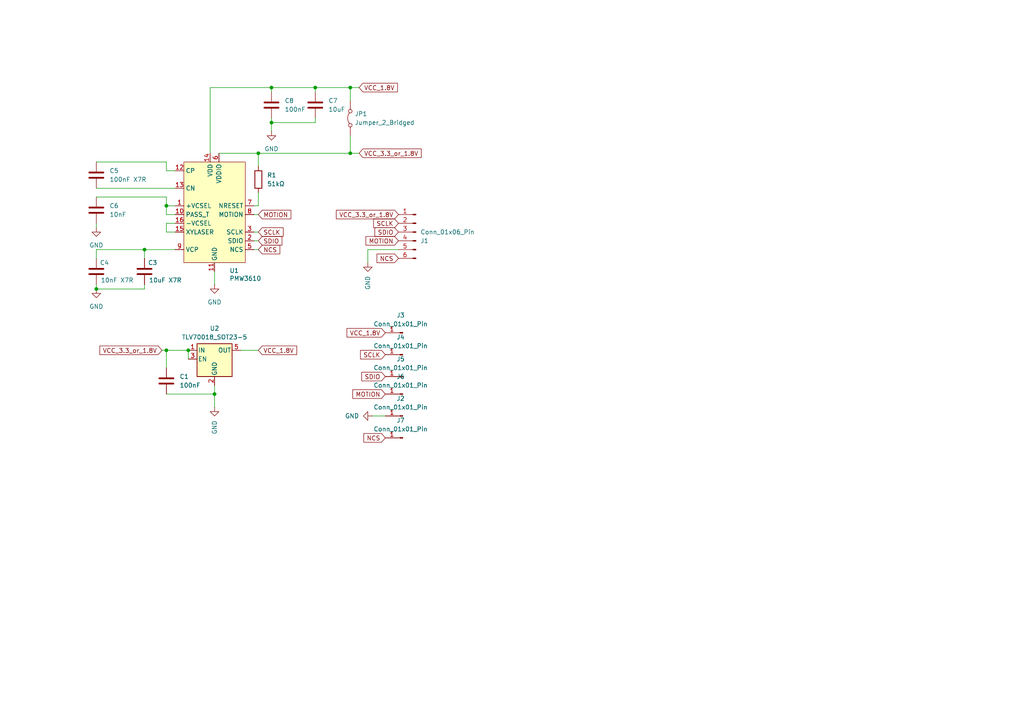
<source format=kicad_sch>
(kicad_sch (version 20231120) (generator "eeschema") (generator_version "8.0")
  (paper "A4")
  (lib_symbols
    (symbol "0_pmw3610_pcb:PMW3610DM-SUDU"
      (property "Reference" "U?" (at 7.62 -15.24 0))
      (property "Value" "PMW3610" (at 10.16 -17.78 0))
      (symbol "PMW3610DM-SUDU_0_1"
        (rectangle (start -8.89 15.24) (end 8.89 -13.97) (fill (type background)))
      )
      (symbol "PMW3610DM-SUDU_1_1"
        (pin input line (at -11.43 2.54 0) (length 2.54) (name "+VCSEL") (number "1"))
        (pin power_in line (at -11.43 0 0) (length 2.54) (name "PASS_T") (number "10"))
        (pin power_in line (at 0 -16.51 90) (length 2.54) (name "GND") (number "11"))
        (pin power_in line (at -11.43 12.7 0) (length 2.54) (name "CP") (number "12"))
        (pin power_in line (at -11.43 7.62 0) (length 2.54) (name "CN") (number "13"))
        (pin power_in line (at -1.27 17.78 270) (length 2.54) (name "VDD") (number "14"))
        (pin input line (at -11.43 -5.08 0) (length 2.54) (name "XYLASER") (number "15"))
        (pin input line (at -11.43 -2.54 0) (length 2.54) (name "-VCSEL") (number "16"))
        (pin bidirectional line (at 11.43 -7.62 180) (length 2.54) (name "SDIO") (number "2"))
        (pin input line (at 11.43 -5.08 180) (length 2.54) (name "SCLK") (number "3"))
        (pin no_connect line (at 2.54 -13.97 270) (length 2.54) hide (name "NC") (number "4"))
        (pin input line (at 11.43 -10.16 180) (length 2.54) (name "NCS") (number "5"))
        (pin power_in line (at 1.27 17.78 270) (length 2.54) (name "VDDIO") (number "6"))
        (pin input line (at 11.43 2.54 180) (length 2.54) (name "NRESET") (number "7"))
        (pin output line (at 11.43 0 180) (length 2.54) (name "MOTION") (number "8"))
        (pin power_in line (at -11.43 -10.16 0) (length 2.54) (name "VCP") (number "9"))
      )
    )
    (symbol "Connector:Conn_01x01_Pin" (pin_names (offset 1.016) hide)
      (property "Reference" "J" (at 0 2.54 0))
      (property "Value" "Conn_01x01_Pin" (at 0 -2.54 0))
      (symbol "Conn_01x01_Pin_1_1"
        (polyline (pts (xy 1.27 0) (xy 0.8636 0)) (stroke (width 0.1524)))
        (rectangle (start 0.8636 0.127) (end 0 -0.127) (stroke (width 0.1524)) (fill (type outline)))
        (pin passive line (at 5.08 0 180) (length 3.81) (name "Pin_1") (number "1"))
      )
    )
    (symbol "Connector:Conn_01x06_Pin" (pin_names (offset 1.016) hide)
      (property "Reference" "J" (at 0 7.62 0))
      (property "Value" "Conn_01x06_Pin" (at 0 -10.16 0))
      (symbol "Conn_01x06_Pin_1_1"
        (polyline (pts (xy 1.27 -7.62) (xy 0.8636 -7.62)) (stroke (width 0.1524)))
        (polyline (pts (xy 1.27 -5.08) (xy 0.8636 -5.08)) (stroke (width 0.1524)))
        (polyline (pts (xy 1.27 -2.54) (xy 0.8636 -2.54)) (stroke (width 0.1524)))
        (polyline (pts (xy 1.27 0) (xy 0.8636 0)) (stroke (width 0.1524)))
        (polyline (pts (xy 1.27 2.54) (xy 0.8636 2.54)) (stroke (width 0.1524)))
        (polyline (pts (xy 1.27 5.08) (xy 0.8636 5.08)) (stroke (width 0.1524)))
        (rectangle (start 0.8636 -7.493) (end 0 -7.747) (stroke (width 0.1524)) (fill (type outline)))
        (rectangle (start 0.8636 -4.953) (end 0 -5.207) (stroke (width 0.1524)) (fill (type outline)))
        (rectangle (start 0.8636 -2.413) (end 0 -2.667) (stroke (width 0.1524)) (fill (type outline)))
        (rectangle (start 0.8636 0.127) (end 0 -0.127) (stroke (width 0.1524)) (fill (type outline)))
        (rectangle (start 0.8636 2.667) (end 0 2.413) (stroke (width 0.1524)) (fill (type outline)))
        (rectangle (start 0.8636 5.207) (end 0 4.953) (stroke (width 0.1524)) (fill (type outline)))
        (pin passive line (at 5.08 5.08 180) (length 3.81) (name "Pin_1") (number "1"))
        (pin passive line (at 5.08 2.54 180) (length 3.81) (name "Pin_2") (number "2"))
        (pin passive line (at 5.08 0 180) (length 3.81) (name "Pin_3") (number "3"))
        (pin passive line (at 5.08 -2.54 180) (length 3.81) (name "Pin_4") (number "4"))
        (pin passive line (at 5.08 -5.08 180) (length 3.81) (name "Pin_5") (number "5"))
        (pin passive line (at 5.08 -7.62 180) (length 3.81) (name "Pin_6") (number "6"))
      )
    )
    (symbol "Device:C" (pin_numbers hide) (pin_names (offset 0.254))
      (property "Reference" "C" (at 0.635 2.54 0))
      (property "Value" "C" (at 0.635 -2.54 0))
      (symbol "C_0_1"
        (polyline (pts (xy -2.032 -0.762) (xy 2.032 -0.762)) (stroke (width 0.508)))
        (polyline (pts (xy -2.032 0.762) (xy 2.032 0.762)) (stroke (width 0.508)))
      )
      (symbol "C_1_1"
        (pin passive line (at 0 3.81 270) (length 2.794) (name "~") (number "1"))
        (pin passive line (at 0 -3.81 90) (length 2.794) (name "~") (number "2"))
      )
    )
    (symbol "Device:R" (pin_numbers hide) (pin_names (offset 0))
      (property "Reference" "R" (at 2.032 0 90))
      (property "Value" "R" (at 0 0 90))
      (symbol "R_0_1"
        (rectangle (start -1.016 -2.54) (end 1.016 2.54) (stroke (width 0.254)))
      )
      (symbol "R_1_1"
        (pin passive line (at 0 3.81 270) (length 1.27) (name "~") (number "1"))
        (pin passive line (at 0 -3.81 90) (length 1.27) (name "~") (number "2"))
      )
    )
    (symbol "Jumper:Jumper_2_Bridged" (pin_numbers hide) (pin_names (offset 0) hide) (exclude_from_sim yes)
      (property "Reference" "JP" (at 0 1.905 0))
      (property "Value" "Jumper_2_Bridged" (at 0 -2.54 0))
      (symbol "Jumper_2_Bridged_0_0"
        (circle (center -2.032 0) (radius 0.508))
        (circle (center 2.032 0) (radius 0.508))
      )
      (symbol "Jumper_2_Bridged_0_1"
        (arc (start 1.524 0.254) (mid 0 0.762) (end -1.524 0.254))
      )
      (symbol "Jumper_2_Bridged_1_1"
        (pin passive line (at -5.08 0 0) (length 2.54) (name "A") (number "1"))
        (pin passive line (at 5.08 0 180) (length 2.54) (name "B") (number "2"))
      )
    )
    (symbol "Regulator_Linear:TLV70018_SOT23-5" (pin_names (offset 0.254))
      (property "Reference" "U" (at -3.81 5.715 0))
      (property "Value" "TLV70018_SOT23-5" (at 0 5.715 0))
      (symbol "TLV70018_SOT23-5_0_1"
        (rectangle (start -5.08 4.445) (end 5.08 -5.08) (stroke (width 0.254)) (fill (type background)))
      )
      (symbol "TLV70018_SOT23-5_1_1"
        (pin power_in line (at -7.62 2.54 0) (length 2.54) (name "IN") (number "1"))
        (pin power_in line (at 0 -7.62 90) (length 2.54) (name "GND") (number "2"))
        (pin input line (at -7.62 0 0) (length 2.54) (name "EN") (number "3"))
        (pin no_connect line (at 5.08 0 180) (length 2.54) hide (name "NC") (number "4"))
        (pin power_out line (at 7.62 2.54 180) (length 2.54) (name "OUT") (number "5"))
      )
    )
    (symbol "power:GND" (power) (pin_numbers hide) (pin_names (offset 0) hide)
      (property "Value" "GND" (at 0 -3.81 0))
      (symbol "GND_0_1"
        (polyline (pts (xy 0 0) (xy 0 -1.27) (xy 1.27 -1.27) (xy 0 -2.54) (xy -1.27 -1.27) (xy 0 -1.27)))
      )
      (symbol "GND_1_1"
        (pin power_in line (at 0 0 270) (length 0) (name "~") (number "1"))
      )
    )
  )
  (junction (at 48.26 59.69))
  (junction (at 62.23 114.3))
  (junction (at 78.74 25.4))
  (junction (at 54.61 101.6))
  (junction (at 101.6 25.4))
  (junction (at 78.74 35.56))
  (junction (at 101.6 44.45))
  (junction (at 27.94 83.82))
  (junction (at 74.93 44.45))
  (junction (at 41.91 72.39))
  (junction (at 91.44 25.4))
  (junction (at 48.26 101.6))
  (wire (pts (xy 41.91 72.39) (xy 50.8 72.39)))
  (wire (pts (xy 48.26 49.53) (xy 48.26 46.99)))
  (wire (pts (xy 78.74 25.4) (xy 91.44 25.4)))
  (wire (pts (xy 74.93 44.45) (xy 101.6 44.45)))
  (wire (pts (xy 74.93 67.31) (xy 73.66 67.31)))
  (wire (pts (xy 41.91 74.93) (xy 41.91 72.39)))
  (wire (pts (xy 48.26 46.99) (xy 27.94 46.99)))
  (wire (pts (xy 74.93 72.39) (xy 73.66 72.39)))
  (wire (pts (xy 74.93 55.88) (xy 74.93 59.69)))
  (wire (pts (xy 60.96 25.4) (xy 60.96 44.45)))
  (wire (pts (xy 101.6 25.4) (xy 101.6 29.21)))
  (wire (pts (xy 69.85 101.6) (xy 74.93 101.6)))
  (wire (pts (xy 74.93 69.85) (xy 73.66 69.85)))
  (wire (pts (xy 50.8 49.53) (xy 48.26 49.53)))
  (wire (pts (xy 101.6 39.37) (xy 101.6 44.45)))
  (wire (pts (xy 78.74 38.1) (xy 78.74 35.56)))
  (wire (pts (xy 78.74 26.67) (xy 78.74 25.4)))
  (wire (pts (xy 27.94 66.04) (xy 27.94 64.77)))
  (wire (pts (xy 50.8 59.69) (xy 48.26 59.69)))
  (wire (pts (xy 41.91 83.82) (xy 27.94 83.82)))
  (wire (pts (xy 48.26 64.77) (xy 48.26 67.31)))
  (wire (pts (xy 74.93 59.69) (xy 73.66 59.69)))
  (wire (pts (xy 106.68 72.39) (xy 115.57 72.39)))
  (wire (pts (xy 27.94 54.61) (xy 50.8 54.61)))
  (wire (pts (xy 78.74 25.4) (xy 60.96 25.4)))
  (wire (pts (xy 101.6 44.45) (xy 104.14 44.45)))
  (wire (pts (xy 74.93 62.23) (xy 73.66 62.23)))
  (wire (pts (xy 62.23 114.3) (xy 62.23 118.11)))
  (wire (pts (xy 27.94 57.15) (xy 48.26 57.15)))
  (wire (pts (xy 101.6 25.4) (xy 104.14 25.4)))
  (wire (pts (xy 48.26 114.3) (xy 62.23 114.3)))
  (wire (pts (xy 48.26 59.69) (xy 48.26 62.23)))
  (wire (pts (xy 41.91 82.55) (xy 41.91 83.82)))
  (wire (pts (xy 62.23 114.3) (xy 62.23 111.76)))
  (wire (pts (xy 48.26 57.15) (xy 48.26 59.69)))
  (wire (pts (xy 74.93 44.45) (xy 74.93 48.26)))
  (wire (pts (xy 107.95 120.65) (xy 111.76 120.65)))
  (wire (pts (xy 63.5 44.45) (xy 74.93 44.45)))
  (wire (pts (xy 106.68 76.2) (xy 106.68 72.39)))
  (wire (pts (xy 54.61 101.6) (xy 54.61 104.14)))
  (wire (pts (xy 78.74 35.56) (xy 78.74 34.29)))
  (wire (pts (xy 48.26 101.6) (xy 54.61 101.6)))
  (wire (pts (xy 27.94 72.39) (xy 41.91 72.39)))
  (wire (pts (xy 48.26 67.31) (xy 50.8 67.31)))
  (wire (pts (xy 48.26 106.68) (xy 48.26 101.6)))
  (wire (pts (xy 50.8 64.77) (xy 48.26 64.77)))
  (wire (pts (xy 27.94 83.82) (xy 27.94 82.55)))
  (wire (pts (xy 48.26 62.23) (xy 50.8 62.23)))
  (wire (pts (xy 91.44 35.56) (xy 78.74 35.56)))
  (wire (pts (xy 62.23 82.55) (xy 62.23 78.74)))
  (wire (pts (xy 91.44 34.29) (xy 91.44 35.56)))
  (wire (pts (xy 46.99 101.6) (xy 48.26 101.6)))
  (wire (pts (xy 27.94 74.93) (xy 27.94 72.39)))
  (wire (pts (xy 91.44 26.67) (xy 91.44 25.4)))
  (wire (pts (xy 91.44 25.4) (xy 101.6 25.4)))
  (global_label "VCC_1.8V" (shape input) (at 104.14 25.4 0) (property "Intersheetrefs" "${INTERSHEET_REFS}" (effects (hide yes))))
  (global_label "VCC_3.3_or_1.8V" (shape input) (at 46.99 101.6 180) (property "Intersheetrefs" "${INTERSHEET_REFS}" (effects (hide yes))))
  (global_label "SDIO" (shape input) (at 74.93 69.85 0) (property "Intersheetrefs" "${INTERSHEET_REFS}" (effects (hide yes))))
  (global_label "MOTION" (shape input) (at 74.93 62.23 0) (property "Intersheetrefs" "${INTERSHEET_REFS}" (effects (hide yes))))
  (global_label "SDIO" (shape input) (at 115.57 67.31 180) (property "Intersheetrefs" "${INTERSHEET_REFS}" (effects (hide yes))))
  (global_label "VCC_3.3_or_1.8V" (shape input) (at 115.57 62.23 180) (property "Intersheetrefs" "${INTERSHEET_REFS}" (effects (hide yes))))
  (global_label "VCC_1.8V" (shape input) (at 111.76 96.52 180) (property "Intersheetrefs" "${INTERSHEET_REFS}" (effects (hide yes))))
  (global_label "SCLK" (shape input) (at 74.93 67.31 0) (property "Intersheetrefs" "${INTERSHEET_REFS}" (effects (hide yes))))
  (global_label "MOTION" (shape input) (at 111.76 114.3 180) (property "Intersheetrefs" "${INTERSHEET_REFS}" (effects (hide yes))))
  (global_label "VCC_3.3_or_1.8V" (shape input) (at 104.14 44.45 0) (property "Intersheetrefs" "${INTERSHEET_REFS}" (effects (hide yes))))
  (global_label "NCS" (shape input) (at 74.93 72.39 0) (property "Intersheetrefs" "${INTERSHEET_REFS}" (effects (hide yes))))
  (global_label "SDIO" (shape input) (at 111.76 109.22 180) (property "Intersheetrefs" "${INTERSHEET_REFS}" (effects (hide yes))))
  (global_label "SCLK" (shape input) (at 115.57 64.77 180) (property "Intersheetrefs" "${INTERSHEET_REFS}" (effects (hide yes))))
  (global_label "NCS" (shape input) (at 111.76 127 180) (property "Intersheetrefs" "${INTERSHEET_REFS}" (effects (hide yes))))
  (global_label "MOTION" (shape input) (at 115.57 69.85 180) (property "Intersheetrefs" "${INTERSHEET_REFS}" (effects (hide yes))))
  (global_label "VCC_1.8V" (shape input) (at 74.93 101.6 0) (property "Intersheetrefs" "${INTERSHEET_REFS}" (effects (hide yes))))
  (global_label "SCLK" (shape input) (at 111.76 102.87 180) (property "Intersheetrefs" "${INTERSHEET_REFS}" (effects (hide yes))))
  (global_label "NCS" (shape input) (at 115.57 74.93 180) (property "Intersheetrefs" "${INTERSHEET_REFS}" (effects (hide yes))))
  (symbol (lib_id "Device:C") (at 27.94 50.8 0) (unit 1)
    (property "Reference" "C5" (at 31.75 49.5299 0) (effects (justify left)))
    (property "Value" "100nF X7R" (at 31.75 52.0699 0) (effects (justify left)))
    (property "Footprint" "Capacitor_SMD:C_0603_1608Metric" (effects (hide yes)))
    (property "Description" "Unpolarized capacitor" (effects (hide yes)))
    (property "LCSC" "C14663" (effects (hide yes)))
  )
  (symbol (lib_id "Connector:Conn_01x01_Pin") (at 116.84 114.3 180) (unit 1)
    (property "Reference" "J6" (at 116.205 109.22 0))
    (property "Value" "Conn_01x01_Pin" (at 116.205 111.76 0))
    (property "Footprint" "TestPoint:TestPoint_Pad_D1.0mm" (effects (hide yes)))
    (property "Description" "Generic connector, single row, 01x01, script generated" (effects (hide yes)))
  )
  (symbol (lib_id "power:GND") (at 62.23 118.11 0) (unit 1)
    (property "Reference" "#PWR01" (effects (hide yes)))
    (property "Value" "GND" (at 62.2299 121.92 90) (effects (justify right)))
    (property "Description" "Power symbol creates a global label with name \"GND\" , ground" (effects (hide yes)))
  )
  (symbol (lib_id "Device:R") (at 74.93 52.07 180) (unit 1)
    (property "Reference" "R1" (at 77.47 50.7999 0) (effects (justify right)))
    (property "Value" "51kΩ" (at 77.47 53.3399 0) (effects (justify right)))
    (property "Footprint" "Resistor_SMD:R_0603_1608Metric" (effects (hide yes)))
    (property "Description" "Resistor" (effects (hide yes)))
    (property "LCSC" "C23196" (effects (hide yes)))
  )
  (symbol (lib_id "Regulator_Linear:TLV70018_SOT23-5") (at 62.23 104.14 0) (unit 1)
    (property "Reference" "U2" (at 62.23 95.25 0))
    (property "Value" "TLV70018_SOT23-5" (at 62.23 97.79 0))
    (property "Footprint" "Package_TO_SOT_SMD:SOT-23-5" (effects (hide yes)))
    (property "Datasheet" "http://www.ti.com/lit/ds/symlink/tlv700.pdf" (effects (hide yes)))
    (property "Description" "200mA Low Dropout Voltage Regulator, Fixed Output 1.8V, SOT-23-5" (effects (hide yes)))
  )
  (symbol (lib_id "Connector:Conn_01x06_Pin") (at 120.65 67.31 0) (mirror y) (unit 1)
    (property "Reference" "J1" (at 121.92 69.8501 0) (effects (justify right)))
    (property "Value" "Conn_01x06_Pin" (at 121.92 67.3101 0) (effects (justify right)))
    (property "Footprint" "0_pmw3610-breakout:JUSHUO-AFH34-S06FIA-1H" (effects (hide yes)))
    (property "Description" "Generic connector, single row, 01x06, script generated" (effects (hide yes)))
    (property "LCSC" "C5139821" (effects (hide yes)))
  )
  (symbol (lib_id "power:GND") (at 78.74 38.1 0) (unit 1)
    (property "Reference" "#PWR08" (effects (hide yes)))
    (property "Value" "GND" (at 78.74 43.18 0))
    (property "Description" "Power symbol creates a global label with name \"GND\" , ground" (effects (hide yes)))
  )
  (symbol (lib_id "Device:C") (at 48.26 110.49 0) (unit 1)
    (property "Reference" "C1" (at 52.07 109.2199 0) (effects (justify left)))
    (property "Value" "100nF" (at 52.07 111.7599 0) (effects (justify left)))
    (property "Footprint" "Capacitor_SMD:C_0603_1608Metric" (effects (hide yes)))
    (property "Description" "Unpolarized capacitor" (effects (hide yes)))
    (property "LCSC" "C14663" (effects (hide yes)))
  )
  (symbol (lib_id "Jumper:Jumper_2_Bridged") (at 101.6 34.29 90) (unit 1) (exclude_from_sim yes)
    (property "Reference" "JP1" (at 102.87 33.0199 90) (effects (justify right)))
    (property "Value" "Jumper_2_Bridged" (at 102.87 35.5599 90) (effects (justify right)))
    (property "Footprint" "Jumper:SolderJumper-2_P1.3mm_Open_RoundedPad1.0x1.5mm" (effects (hide yes)))
    (property "Description" "Jumper, 2-pole, closed/bridged" (effects (hide yes)))
  )
  (symbol (lib_id "Device:C") (at 27.94 78.74 0) (unit 1)
    (property "Reference" "C4" (at 28.956 76.2 0) (effects (justify left)))
    (property "Value" "10nF X7R" (at 29.21 81.28 0) (effects (justify left)))
    (property "Footprint" "Capacitor_SMD:C_0603_1608Metric" (effects (hide yes)))
    (property "Description" "Unpolarized capacitor" (effects (hide yes)))
    (property "LCSC" "C57112" (effects (hide yes)))
  )
  (symbol (lib_id "power:GND") (at 62.23 82.55 0) (unit 1)
    (property "Reference" "#PWR03" (effects (hide yes)))
    (property "Value" "GND" (at 62.23 87.63 0))
    (property "Description" "Power symbol creates a global label with name \"GND\" , ground" (effects (hide yes)))
  )
  (symbol (lib_id "0_pmw3610_pcb:PMW3610DM-SUDU") (at 62.23 62.23 0) (unit 1)
    (property "Reference" "U1" (at 66.548 78.486 0) (effects (justify left)))
    (property "Value" "PMW3610" (at 66.548 80.772 0) (effects (justify left)))
    (property "Footprint" "0_pmw3610-breakout:PMW3610DM-SUDU 16Pin" (effects (hide yes)))
    (property "Description" "Optical mouse sensor" (effects (hide yes)))
  )
  (symbol (lib_id "power:GND") (at 107.95 120.65 270) (unit 1)
    (property "Reference" "#PWR02" (effects (hide yes)))
    (property "Value" "GND" (at 104.14 120.6499 90) (effects (justify right)))
    (property "Description" "Power symbol creates a global label with name \"GND\" , ground" (effects (hide yes)))
  )
  (symbol (lib_id "Connector:Conn_01x01_Pin") (at 116.84 120.65 180) (unit 1)
    (property "Reference" "J2" (at 116.205 115.57 0))
    (property "Value" "Conn_01x01_Pin" (at 116.205 118.11 0))
    (property "Footprint" "TestPoint:TestPoint_Pad_D1.0mm" (effects (hide yes)))
    (property "Description" "Generic connector, single row, 01x01, script generated" (effects (hide yes)))
  )
  (symbol (lib_id "Device:C") (at 91.44 30.48 0) (unit 1)
    (property "Reference" "C7" (at 95.25 29.2099 0) (effects (justify left)))
    (property "Value" "10uF" (at 95.25 31.7499 0) (effects (justify left)))
    (property "Footprint" "Capacitor_SMD:C_0603_1608Metric" (effects (hide yes)))
    (property "Description" "Unpolarized capacitor" (effects (hide yes)))
    (property "LCSC" "C19702" (effects (hide yes)))
  )
  (symbol (lib_id "Connector:Conn_01x01_Pin") (at 116.84 96.52 180) (unit 1)
    (property "Reference" "J3" (at 116.205 91.44 0))
    (property "Value" "Conn_01x01_Pin" (at 116.205 93.98 0))
    (property "Footprint" "TestPoint:TestPoint_Pad_D1.0mm" (effects (hide yes)))
    (property "Description" "Generic connector, single row, 01x01, script generated" (effects (hide yes)))
  )
  (symbol (lib_id "power:GND") (at 27.94 66.04 0) (unit 1)
    (property "Reference" "#PWR07" (effects (hide yes)))
    (property "Value" "GND" (at 27.94 71.12 0))
    (property "Description" "Power symbol creates a global label with name \"GND\" , ground" (effects (hide yes)))
  )
  (symbol (lib_id "power:GND") (at 106.68 76.2 0) (unit 1)
    (property "Reference" "#PWR06" (effects (hide yes)))
    (property "Value" "GND" (at 106.6799 80.01 90) (effects (justify right)))
    (property "Description" "Power symbol creates a global label with name \"GND\" , ground" (effects (hide yes)))
  )
  (symbol (lib_id "Device:C") (at 27.94 60.96 0) (unit 1)
    (property "Reference" "C6" (at 31.75 59.6899 0) (effects (justify left)))
    (property "Value" "10nF" (at 31.75 62.2299 0) (effects (justify left)))
    (property "Footprint" "Capacitor_SMD:C_0603_1608Metric" (effects (hide yes)))
    (property "Description" "Unpolarized capacitor" (effects (hide yes)))
    (property "LCSC" "C57112" (effects (hide yes)))
  )
  (symbol (lib_id "power:GND") (at 27.94 83.82 0) (unit 1)
    (property "Reference" "#PWR05" (effects (hide yes)))
    (property "Value" "GND" (at 27.94 88.9 0))
    (property "Description" "Power symbol creates a global label with name \"GND\" , ground" (effects (hide yes)))
  )
  (symbol (lib_id "Connector:Conn_01x01_Pin") (at 116.84 127 180) (unit 1)
    (property "Reference" "J7" (at 116.205 121.92 0))
    (property "Value" "Conn_01x01_Pin" (at 116.205 124.46 0))
    (property "Footprint" "TestPoint:TestPoint_Pad_D1.0mm" (effects (hide yes)))
    (property "Description" "Generic connector, single row, 01x01, script generated" (effects (hide yes)))
  )
  (symbol (lib_id "Connector:Conn_01x01_Pin") (at 116.84 102.87 180) (unit 1)
    (property "Reference" "J4" (at 116.205 97.79 0))
    (property "Value" "Conn_01x01_Pin" (at 116.205 100.33 0))
    (property "Footprint" "TestPoint:TestPoint_Pad_D1.0mm" (effects (hide yes)))
    (property "Description" "Generic connector, single row, 01x01, script generated" (effects (hide yes)))
  )
  (symbol (lib_id "Connector:Conn_01x01_Pin") (at 116.84 109.22 180) (unit 1)
    (property "Reference" "J5" (at 116.205 104.14 0))
    (property "Value" "Conn_01x01_Pin" (at 116.205 106.68 0))
    (property "Footprint" "TestPoint:TestPoint_Pad_D1.0mm" (effects (hide yes)))
    (property "Description" "Generic connector, single row, 01x01, script generated" (effects (hide yes)))
  )
  (symbol (lib_id "Device:C") (at 78.74 30.48 0) (unit 1)
    (property "Reference" "C8" (at 82.55 29.2099 0) (effects (justify left)))
    (property "Value" "100nF" (at 82.55 31.7499 0) (effects (justify left)))
    (property "Footprint" "Capacitor_SMD:C_0603_1608Metric" (effects (hide yes)))
    (property "Description" "Unpolarized capacitor" (effects (hide yes)))
    (property "LCSC" "C14663" (effects (hide yes)))
  )
  (symbol (lib_id "Device:C") (at 41.91 78.74 0) (unit 1)
    (property "Reference" "C3" (at 42.926 76.2 0) (effects (justify left)))
    (property "Value" "10uF X7R" (at 43.18 81.28 0) (effects (justify left)))
    (property "Footprint" "Capacitor_SMD:C_0603_1608Metric" (effects (hide yes)))
    (property "Description" "Unpolarized capacitor" (effects (hide yes)))
    (property "LCSC" "C19702" (effects (hide yes)))
  )
)
</source>
